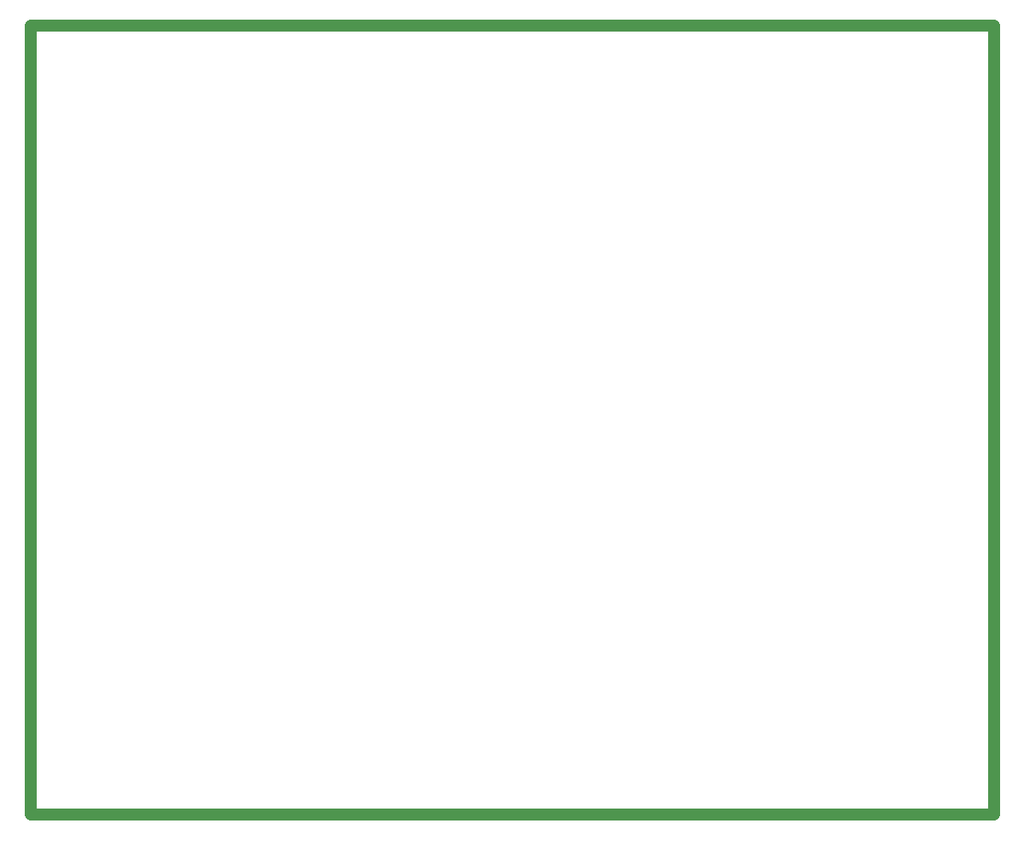
<source format=gbo>
G04 Layer_Color=32896*
%FSLAX25Y25*%
%MOIN*%
G70*
G01*
G75*
%ADD15C,0.04724*%
D15*
X0Y0D02*
Y308000D01*
X376000D01*
Y304500D02*
Y308000D01*
Y0D02*
Y304500D01*
X0Y0D02*
X376000D01*
M02*

</source>
